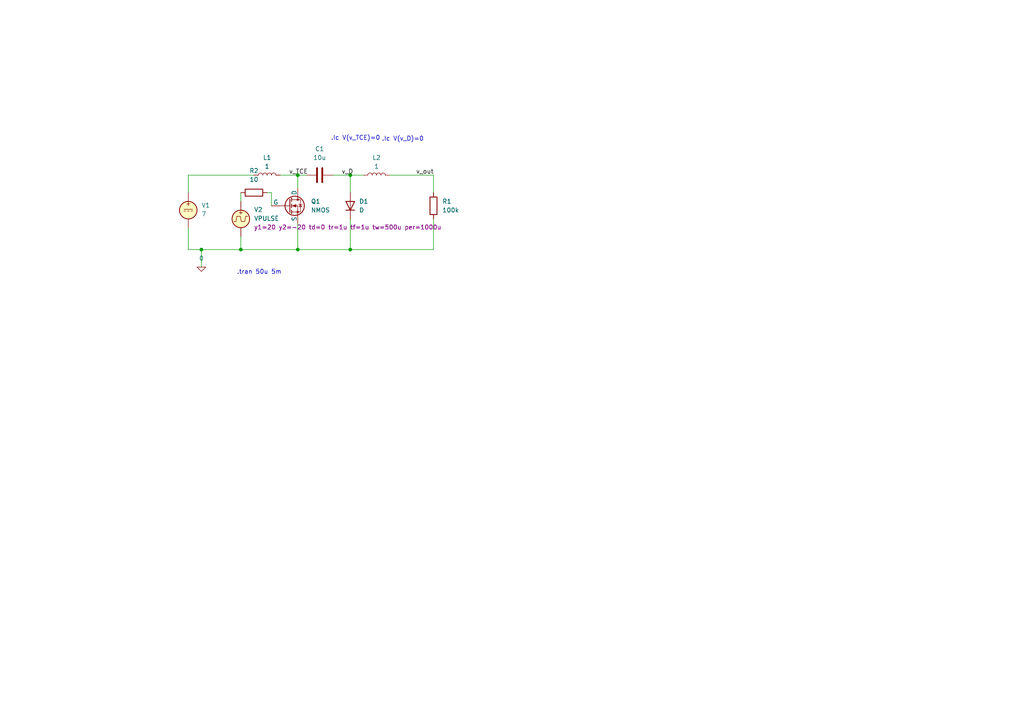
<source format=kicad_sch>
(kicad_sch (version 20250114) (generator "eeschema") (generator_version "9.0")
  (paper "A4")
  (lib_symbols
    (symbol "Device:C" (pin_numbers (hide yes)) (pin_names (offset 0.254))
      (property "Reference" "C" (at 0.635 2.54 0))
      (property "Value" "C" (at 0.635 -2.54 0))
      (symbol "C_0_1"
        (polyline (pts (xy -2.032 0.762) (xy 2.032 0.762)) (stroke (width 0.508)))
        (polyline (pts (xy -2.032 -0.762) (xy 2.032 -0.762)) (stroke (width 0.508)))
      )
      (symbol "C_1_1"
        (pin passive line (at 0 3.81 270) (length 2.794) (name "~") (number "1"))
        (pin passive line (at 0 -3.81 90) (length 2.794) (name "~") (number "2"))
      )
    )
    (symbol "Device:D" (pin_numbers (hide yes)) (pin_names (offset 1.016) (hide yes))
      (property "Reference" "D" (at 0 2.54 0))
      (property "Value" "D" (at 0 -2.54 0))
      (symbol "D_0_1"
        (polyline (pts (xy -1.27 1.27) (xy -1.27 -1.27)) (stroke (width 0.254)))
        (polyline (pts (xy 1.27 1.27) (xy 1.27 -1.27) (xy -1.27 0) (xy 1.27 1.27)) (stroke (width 0.254)))
        (polyline (pts (xy 1.27 0) (xy -1.27 0)))
      )
      (symbol "D_1_1"
        (pin passive line (at -3.81 0 0) (length 2.54) (name "K") (number "1"))
        (pin passive line (at 3.81 0 180) (length 2.54) (name "A") (number "2"))
      )
    )
    (symbol "Device:L" (pin_numbers (hide yes)) (pin_names (offset 1.016) (hide yes))
      (property "Reference" "L" (at -1.27 0 90))
      (property "Value" "L" (at 1.905 0 90))
      (symbol "L_0_1"
        (arc (start 0 2.54) (mid 0.6323 1.905) (end 0 1.27))
        (arc (start 0 1.27) (mid 0.6323 0.635) (end 0 0))
        (arc (start 0 0) (mid 0.6323 -0.635) (end 0 -1.27))
        (arc (start 0 -1.27) (mid 0.6323 -1.905) (end 0 -2.54))
      )
      (symbol "L_1_1"
        (pin passive line (at 0 3.81 270) (length 1.27) (name "1") (number "1"))
        (pin passive line (at 0 -3.81 90) (length 1.27) (name "2") (number "2"))
      )
    )
    (symbol "Device:R" (pin_numbers (hide yes)) (pin_names (offset 0))
      (property "Reference" "R" (at 2.032 0 90))
      (property "Value" "R" (at 0 0 90))
      (symbol "R_0_1"
        (rectangle (start -1.016 -2.54) (end 1.016 2.54) (stroke (width 0.254)))
      )
      (symbol "R_1_1"
        (pin passive line (at 0 3.81 270) (length 1.27) (name "~") (number "1"))
        (pin passive line (at 0 -3.81 90) (length 1.27) (name "~") (number "2"))
      )
    )
    (symbol "Simulation_SPICE:0" (power) (pin_numbers (hide yes)) (pin_names (offset 0) (hide yes))
      (property "Value" "0" (at 0 -2.54 0))
      (symbol "0_0_1"
        (polyline (pts (xy -1.27 0) (xy 0 -1.27) (xy 1.27 0) (xy -1.27 0)))
      )
      (symbol "0_1_1"
        (pin power_in line (at 0 0 0) (length 0) (name "~") (number "1"))
      )
    )
    (symbol "Simulation_SPICE:NMOS" (pin_numbers (hide yes)) (pin_names (offset 0))
      (property "Reference" "Q" (at 5.08 1.27 0))
      (property "Value" "NMOS" (at 5.08 -1.27 0))
      (symbol "NMOS_0_1"
        (polyline (pts (xy 0.254 1.905) (xy 0.254 -1.905)) (stroke (width 0.254)))
        (polyline (pts (xy 0.254 0) (xy -2.54 0)))
        (polyline (pts (xy 0.762 2.286) (xy 0.762 1.27)) (stroke (width 0.254)))
        (polyline (pts (xy 0.762 0.508) (xy 0.762 -0.508)) (stroke (width 0.254)))
        (polyline (pts (xy 0.762 -1.27) (xy 0.762 -2.286)) (stroke (width 0.254)))
        (polyline (pts (xy 0.762 -1.778) (xy 3.302 -1.778) (xy 3.302 1.778) (xy 0.762 1.778)))
        (polyline (pts (xy 1.016 0) (xy 2.032 0.381) (xy 2.032 -0.381) (xy 1.016 0)) (fill (type outline)))
        (circle (center 1.651 0) (radius 2.794) (stroke (width 0.254)))
        (polyline (pts (xy 2.54 2.54) (xy 2.54 1.778)))
        (circle (center 2.54 1.778) (radius 0.254) (fill (type outline)))
        (circle (center 2.54 -1.778) (radius 0.254) (fill (type outline)))
        (polyline (pts (xy 2.54 -2.54) (xy 2.54 0) (xy 0.762 0)))
        (polyline (pts (xy 2.794 0.508) (xy 2.921 0.381) (xy 3.683 0.381) (xy 3.81 0.254)))
        (polyline (pts (xy 3.302 0.381) (xy 2.921 -0.254) (xy 3.683 -0.254) (xy 3.302 0.381)))
      )
      (symbol "NMOS_1_1"
        (pin input line (at -5.08 0 0) (length 2.54) (name "G") (number "2"))
        (pin passive line (at 2.54 5.08 270) (length 2.54) (name "D") (number "1"))
        (pin passive line (at 2.54 -5.08 90) (length 2.54) (name "S") (number "3"))
      )
    )
    (symbol "Simulation_SPICE:VDC" (pin_numbers (hide yes)) (pin_names (offset 0.0254))
      (property "Reference" "V" (at 2.54 2.54 0))
      (property "Value" "1" (at 2.54 0 0))
      (symbol "VDC_0_0"
        (polyline (pts (xy -1.27 0.254) (xy 1.27 0.254)))
        (polyline (pts (xy -0.762 -0.254) (xy -1.27 -0.254)))
        (polyline (pts (xy 0.254 -0.254) (xy -0.254 -0.254)))
        (polyline (pts (xy 1.27 -0.254) (xy 0.762 -0.254)))
        (text "+" (at 0 1.905 0) (effects (font (size 1.27 1.27))))
      )
      (symbol "VDC_0_1"
        (circle (center 0 0) (radius 2.54) (stroke (width 0.254)) (fill (type background)))
      )
      (symbol "VDC_1_1"
        (pin passive line (at 0 5.08 270) (length 2.54) (name "~") (number "1"))
        (pin passive line (at 0 -5.08 90) (length 2.54) (name "~") (number "2"))
      )
    )
    (symbol "Simulation_SPICE:VPULSE" (pin_numbers (hide yes)) (pin_names (offset 0.0254))
      (property "Reference" "V" (at 2.54 2.54 0))
      (property "Value" "VPULSE" (at 2.54 0 0))
      (property "Sim.Params" "y1=0 y2=1 td=2n tr=2n tf=2n tw=50n per=100n" (at 2.54 -2.54 0))
      (symbol "VPULSE_0_0"
        (polyline (pts (xy -2.032 -0.762) (xy -1.397 -0.762) (xy -1.143 0.762) (xy -0.127 0.762) (xy 0.127 -0.762) (xy 1.143 -0.762) (xy 1.397 0.762) (xy 2.032 0.762)))
        (text "+" (at 0 1.905 0) (effects (font (size 1.27 1.27))))
      )
      (symbol "VPULSE_0_1"
        (circle (center 0 0) (radius 2.54) (stroke (width 0.254)) (fill (type background)))
      )
      (symbol "VPULSE_1_1"
        (pin passive line (at 0 5.08 270) (length 2.54) (name "~") (number "1"))
        (pin passive line (at 0 -5.08 90) (length 2.54) (name "~") (number "2"))
      )
    )
  )
  (text ".tran 50u 5m" (at 75.184 78.994 0) (effects (font (size 1.27 1.27))))
  (text ".Ic V(v_TCE)=0" (at 103.124 40.132 0) (effects (font (size 1.27 1.27))))
  (text ".Ic V(v_D)=0" (at 116.84 40.386 0) (effects (font (size 1.27 1.27))))
  (junction (at 101.6 72.39))
  (junction (at 86.36 50.8))
  (junction (at 58.42 72.39))
  (junction (at 101.6 50.8))
  (junction (at 69.85 72.39))
  (junction (at 86.36 72.39))
  (wire (pts (xy 125.73 50.8) (xy 125.73 55.88)))
  (wire (pts (xy 125.73 63.5) (xy 125.73 72.39)))
  (wire (pts (xy 101.6 72.39) (xy 86.36 72.39)))
  (wire (pts (xy 69.85 68.58) (xy 69.85 72.39)))
  (wire (pts (xy 54.61 72.39) (xy 54.61 66.04)))
  (wire (pts (xy 58.42 72.39) (xy 54.61 72.39)))
  (wire (pts (xy 101.6 63.5) (xy 101.6 72.39)))
  (wire (pts (xy 77.47 55.88) (xy 78.74 55.88)))
  (wire (pts (xy 113.03 50.8) (xy 125.73 50.8)))
  (wire (pts (xy 101.6 50.8) (xy 101.6 55.88)))
  (wire (pts (xy 125.73 72.39) (xy 101.6 72.39)))
  (wire (pts (xy 54.61 55.88) (xy 54.61 50.8)))
  (wire (pts (xy 69.85 72.39) (xy 58.42 72.39)))
  (wire (pts (xy 86.36 72.39) (xy 69.85 72.39)))
  (wire (pts (xy 96.52 50.8) (xy 101.6 50.8)))
  (wire (pts (xy 58.42 72.39) (xy 58.42 77.47)))
  (wire (pts (xy 69.85 55.88) (xy 69.85 58.42)))
  (wire (pts (xy 81.28 50.8) (xy 86.36 50.8)))
  (wire (pts (xy 78.74 55.88) (xy 78.74 59.69)))
  (wire (pts (xy 54.61 50.8) (xy 73.66 50.8)))
  (wire (pts (xy 86.36 64.77) (xy 86.36 72.39)))
  (wire (pts (xy 101.6 50.8) (xy 105.41 50.8)))
  (wire (pts (xy 86.36 50.8) (xy 88.9 50.8)))
  (wire (pts (xy 86.36 50.8) (xy 86.36 54.61)))
  (label "v_out" (at 120.65 50.8 0))
  (label "v_D" (at 99.06 50.8 0))
  (label "v_TCE" (at 83.82 50.8 0))
  (symbol (lib_id "Device:R") (at 125.73 59.69 0) (unit 1)
    (property "Reference" "R1" (at 128.27 58.4199 0) (effects (justify left)))
    (property "Value" "100k" (at 128.27 60.9599 0) (effects (justify left)))
    (property "Description" "Resistor" (effects (hide yes)))
  )
  (symbol (lib_id "Device:L") (at 109.22 50.8 90) (unit 1)
    (property "Reference" "L2" (at 109.22 45.72 90))
    (property "Value" "1" (at 109.22 48.26 90))
    (property "Description" "Inductor" (effects (hide yes)))
  )
  (symbol (lib_id "Simulation_SPICE:0") (at 58.42 77.47 0) (unit 1)
    (property "Reference" "#GND01" (effects (hide yes)))
    (property "Value" "0" (at 58.42 74.93 0))
    (property "Datasheet" "https://ngspice.sourceforge.io/docs/ngspice-html-manual/manual.xhtml#subsec_Circuit_elements__device" (effects (hide yes)))
    (property "Description" "0V reference potential for simulation" (effects (hide yes)))
  )
  (symbol (lib_id "Simulation_SPICE:VDC") (at 54.61 60.96 0) (unit 1)
    (property "Reference" "V1" (at 58.42 59.5601 0) (effects (justify left)))
    (property "Value" "7" (at 58.42 62.1001 0) (effects (justify left)))
    (property "Datasheet" "https://ngspice.sourceforge.io/docs/ngspice-html-manual/manual.xhtml#sec_Independent_Sources_for" (effects (hide yes)))
    (property "Description" "Voltage source, DC" (effects (hide yes)))
    (property "Sim.Pins" "1=+ 2=-" (effects (hide yes)))
    (property "Sim.Type" "DC" (effects (hide yes)))
    (property "Sim.Device" "V" (effects (hide yes)))
  )
  (symbol (lib_id "Device:C") (at 92.71 50.8 90) (unit 1)
    (property "Reference" "C1" (at 92.71 43.18 90))
    (property "Value" "10u" (at 92.71 45.72 90))
    (property "Description" "Unpolarized capacitor" (effects (hide yes)))
  )
  (symbol (lib_id "Device:L") (at 77.47 50.8 90) (unit 1)
    (property "Reference" "L1" (at 77.47 45.72 90))
    (property "Value" "1" (at 77.47 48.26 90))
    (property "Description" "Inductor" (effects (hide yes)))
  )
  (symbol (lib_id "Simulation_SPICE:VPULSE") (at 69.85 63.5 0) (unit 1)
    (property "Reference" "V2" (at 73.66 60.8301 0) (effects (justify left)))
    (property "Value" "VPULSE" (at 73.66 63.3701 0) (effects (justify left)))
    (property "Datasheet" "https://ngspice.sourceforge.io/docs/ngspice-html-manual/manual.xhtml#sec_Independent_Sources_for" (effects (hide yes)))
    (property "Description" "Voltage source, pulse" (effects (hide yes)))
    (property "Sim.Pins" "1=+ 2=-" (effects (hide yes)))
    (property "Sim.Type" "PULSE" (effects (hide yes)))
    (property "Sim.Device" "V" (effects (hide yes)))
    (property "Sim.Params" "y1=20 y2=-20 td=0 tr=1u tf=1u tw=500u per=1000u" (at 73.66 65.9101 0) (effects (justify left)))
  )
  (symbol (lib_id "Device:D") (at 101.6 59.69 90) (unit 1)
    (property "Reference" "D1" (at 104.14 58.4199 90) (effects (justify right)))
    (property "Value" "D" (at 104.14 60.9599 90) (effects (justify right)))
    (property "Description" "Diode" (effects (hide yes)))
    (property "Sim.Device" "D" (effects (hide yes)))
    (property "Sim.Pins" "1=K 2=A" (effects (hide yes)))
  )
  (symbol (lib_id "Simulation_SPICE:NMOS") (at 83.82 59.69 0) (unit 1)
    (property "Reference" "Q1" (at 90.17 58.4199 0) (effects (justify left)))
    (property "Value" "NMOS" (at 90.17 60.9599 0) (effects (justify left)))
    (property "Datasheet" "https://ngspice.sourceforge.io/docs/ngspice-html-manual/manual.xhtml#cha_MOSFETs" (effects (hide yes)))
    (property "Description" "N-MOSFET transistor, drain/source/gate" (effects (hide yes)))
    (property "Sim.Device" "NMOS" (effects (hide yes)))
    (property "Sim.Type" "VDMOS" (effects (hide yes)))
    (property "Sim.Pins" "1=D 2=G 3=S" (effects (hide yes)))
  )
  (symbol (lib_id "Device:R") (at 73.66 55.88 90) (unit 1)
    (property "Reference" "R2" (at 73.66 49.53 90))
    (property "Value" "10" (at 73.66 52.07 90))
    (property "Description" "Resistor" (effects (hide yes)))
  )
)
</source>
